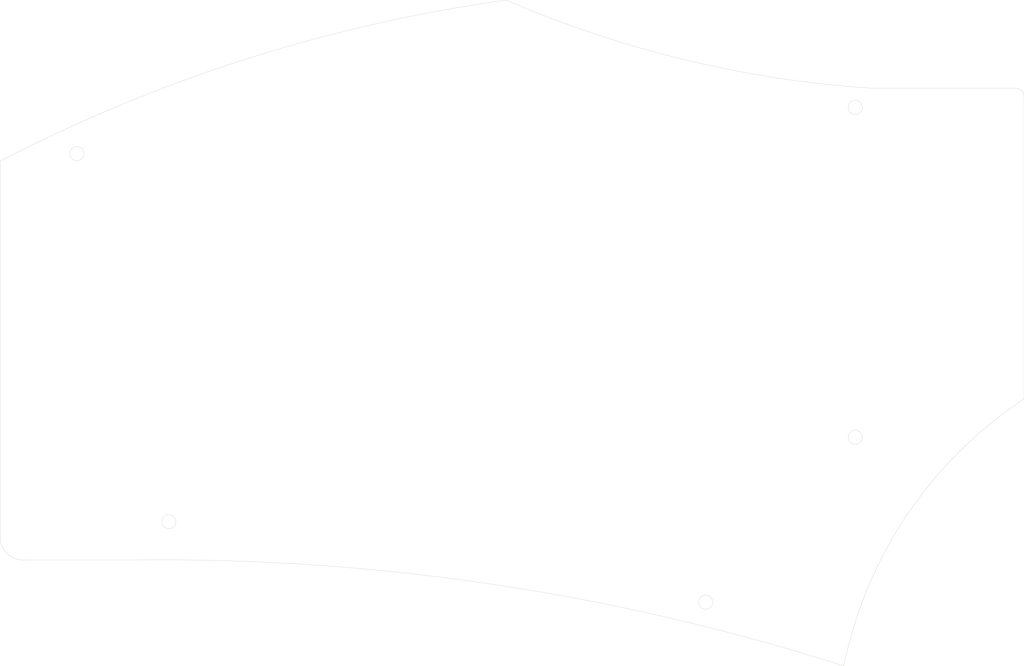
<source format=kicad_pcb>
(kicad_pcb
	(version 20240108)
	(generator "pcbnew")
	(generator_version "8.0")
	(general
		(thickness 1.6)
		(legacy_teardrops no)
	)
	(paper "A4")
	(layers
		(0 "F.Cu" signal)
		(31 "B.Cu" signal)
		(32 "B.Adhes" user "B.Adhesive")
		(33 "F.Adhes" user "F.Adhesive")
		(34 "B.Paste" user)
		(35 "F.Paste" user)
		(36 "B.SilkS" user "B.Silkscreen")
		(37 "F.SilkS" user "F.Silkscreen")
		(38 "B.Mask" user)
		(39 "F.Mask" user)
		(40 "Dwgs.User" user "User.Drawings")
		(41 "Cmts.User" user "User.Comments")
		(42 "Eco1.User" user "User.Eco1")
		(43 "Eco2.User" user "User.Eco2")
		(44 "Edge.Cuts" user)
		(45 "Margin" user)
		(46 "B.CrtYd" user "B.Courtyard")
		(47 "F.CrtYd" user "F.Courtyard")
		(48 "B.Fab" user)
		(49 "F.Fab" user)
		(50 "User.1" user)
		(51 "User.2" user)
		(52 "User.3" user)
		(53 "User.4" user)
		(54 "User.5" user)
		(55 "User.6" user)
		(56 "User.7" user)
		(57 "User.8" user)
		(58 "User.9" user)
	)
	(setup
		(pad_to_mask_clearance 0)
		(allow_soldermask_bridges_in_footprints no)
		(pcbplotparams
			(layerselection 0x00010fc_ffffffff)
			(plot_on_all_layers_selection 0x0000000_00000000)
			(disableapertmacros no)
			(usegerberextensions no)
			(usegerberattributes yes)
			(usegerberadvancedattributes yes)
			(creategerberjobfile yes)
			(dashed_line_dash_ratio 12.000000)
			(dashed_line_gap_ratio 3.000000)
			(svgprecision 4)
			(plotframeref no)
			(viasonmask no)
			(mode 1)
			(useauxorigin no)
			(hpglpennumber 1)
			(hpglpenspeed 20)
			(hpglpendiameter 15.000000)
			(pdf_front_fp_property_popups yes)
			(pdf_back_fp_property_popups yes)
			(dxfpolygonmode yes)
			(dxfimperialunits yes)
			(dxfusepcbnewfont yes)
			(psnegative no)
			(psa4output no)
			(plotreference yes)
			(plotvalue yes)
			(plotfptext yes)
			(plotinvisibletext no)
			(sketchpadsonfab no)
			(subtractmaskfromsilk no)
			(outputformat 1)
			(mirror no)
			(drillshape 1)
			(scaleselection 1)
			(outputdirectory "")
		)
	)
	(net 0 "")
	(gr_arc
		(start 203.013531 134.316744)
		(mid 212.875156 110.811233)
		(end 230.981272 92.868843)
		(stroke
			(width 0.05)
			(type default)
		)
		(layer "Edge.Cuts")
		(uuid "03cce78b-b916-4ffb-992a-90868ec4b8f2")
	)
	(gr_arc
		(start 72.032806 55.959376)
		(mid 110.251385 40.088527)
		(end 150.614055 30.956248)
		(stroke
			(width 0.05)
			(type default)
		)
		(layer "Edge.Cuts")
		(uuid "1e8541ce-e536-490c-824e-3991d2d71696")
	)
	(gr_line
		(start 230.981302 92.868844)
		(end 230.981272 45.839105)
		(stroke
			(width 0.05)
			(type default)
		)
		(layer "Edge.Cuts")
		(uuid "29e6ef5e-75d3-467a-98f4-b1c1a2a3da99")
	)
	(gr_line
		(start 207.764062 44.648419)
		(end 229.790651 44.648479)
		(stroke
			(width 0.05)
			(type default)
		)
		(layer "Edge.Cuts")
		(uuid "4a114b26-0104-459d-ac6e-9503035c84c1")
	)
	(gr_line
		(start 72.032806 114.300001)
		(end 72.032806 55.959376)
		(stroke
			(width 0.05)
			(type default)
		)
		(layer "Edge.Cuts")
		(uuid "5ca8b449-03e8-4521-8251-0fcf82f79dcc")
	)
	(gr_arc
		(start 75.604681 117.871876)
		(mid 73.078979 116.825709)
		(end 72.032806 114.300001)
		(stroke
			(width 0.05)
			(type default)
		)
		(layer "Edge.Cuts")
		(uuid "852bab88-fc1c-4d36-8c7c-a624272888d3")
	)
	(gr_circle
		(center 181.570424 124.42041)
		(end 182.670424 124.42041)
		(stroke
			(width 0.05)
			(type default)
		)
		(fill none)
		(layer "Edge.Cuts")
		(uuid "96855242-ac08-492b-a70b-0e0cecad0bda")
	)
	(gr_arc
		(start 93.464056 117.871876)
		(mid 148.897602 121.705576)
		(end 203.013531 134.316744)
		(stroke
			(width 0.05)
			(type default)
		)
		(layer "Edge.Cuts")
		(uuid "9bbb7642-8aa5-4b6e-b1de-19b0ea821598")
	)
	(gr_circle
		(center 204.7875 47.625)
		(end 205.8875 47.625)
		(stroke
			(width 0.05)
			(type default)
		)
		(fill none)
		(layer "Edge.Cuts")
		(uuid "9fd5ee36-0bee-4585-91f5-15c459e367e8")
	)
	(gr_arc
		(start 229.790651 44.648479)
		(mid 230.632593 44.997176)
		(end 230.981272 45.839105)
		(stroke
			(width 0.05)
			(type default)
		)
		(layer "Edge.Cuts")
		(uuid "a61e435d-a540-45d6-b8a5-c62ae5f9d58b")
	)
	(gr_circle
		(center 83.939057 54.76875)
		(end 85.039057 54.76875)
		(stroke
			(width 0.05)
			(type default)
		)
		(fill none)
		(layer "Edge.Cuts")
		(uuid "be6408f6-0413-44f9-9359-660550134778")
	)
	(gr_line
		(start 75.604681 117.871876)
		(end 93.464056 117.871876)
		(stroke
			(width 0.05)
			(type default)
		)
		(layer "Edge.Cuts")
		(uuid "e1bac478-bccc-4b50-9996-a64441d1af9b")
	)
	(gr_circle
		(center 204.7875 98.821905)
		(end 205.8875 98.821905)
		(stroke
			(width 0.05)
			(type default)
		)
		(fill none)
		(layer "Edge.Cuts")
		(uuid "e54e667a-a455-4f1e-be16-18ef3aed1dff")
	)
	(gr_circle
		(center 98.226555 111.91875)
		(end 99.326555 111.91875)
		(stroke
			(width 0.05)
			(type default)
		)
		(fill none)
		(layer "Edge.Cuts")
		(uuid "fdf55794-1405-4ce7-9c4e-336abda51bfd")
	)
	(gr_arc
		(start 207.764064 44.648499)
		(mid 178.595968 40.278083)
		(end 150.61415 30.95627)
		(stroke
			(width 0.05)
			(type default)
		)
		(layer "Edge.Cuts")
		(uuid "ff3e0898-9593-4d01-82db-a8e698517c64")
	)
	(group ""
		(uuid "ba9a6f9e-4cb9-4fda-abd0-9c76e7723991")
		(members "03cce78b-b916-4ffb-992a-90868ec4b8f2" "1e8541ce-e536-490c-824e-3991d2d71696"
			"29e6ef5e-75d3-467a-98f4-b1c1a2a3da99" "4a114b26-0104-459d-ac6e-9503035c84c1"
			"5ca8b449-03e8-4521-8251-0fcf82f79dcc" "852bab88-fc1c-4d36-8c7c-a624272888d3"
			"96855242-ac08-492b-a70b-0e0cecad0bda" "9bbb7642-8aa5-4b6e-b1de-19b0ea821598"
			"9fd5ee36-0bee-4585-91f5-15c459e367e8" "a61e435d-a540-45d6-b8a5-c62ae5f9d58b"
			"be6408f6-0413-44f9-9359-660550134778" "e1bac478-bccc-4b50-9996-a64441d1af9b"
			"e54e667a-a455-4f1e-be16-18ef3aed1dff" "fdf55794-1405-4ce7-9c4e-336abda51bfd"
			"ff3e0898-9593-4d01-82db-a8e698517c64"
		)
	)
)

</source>
